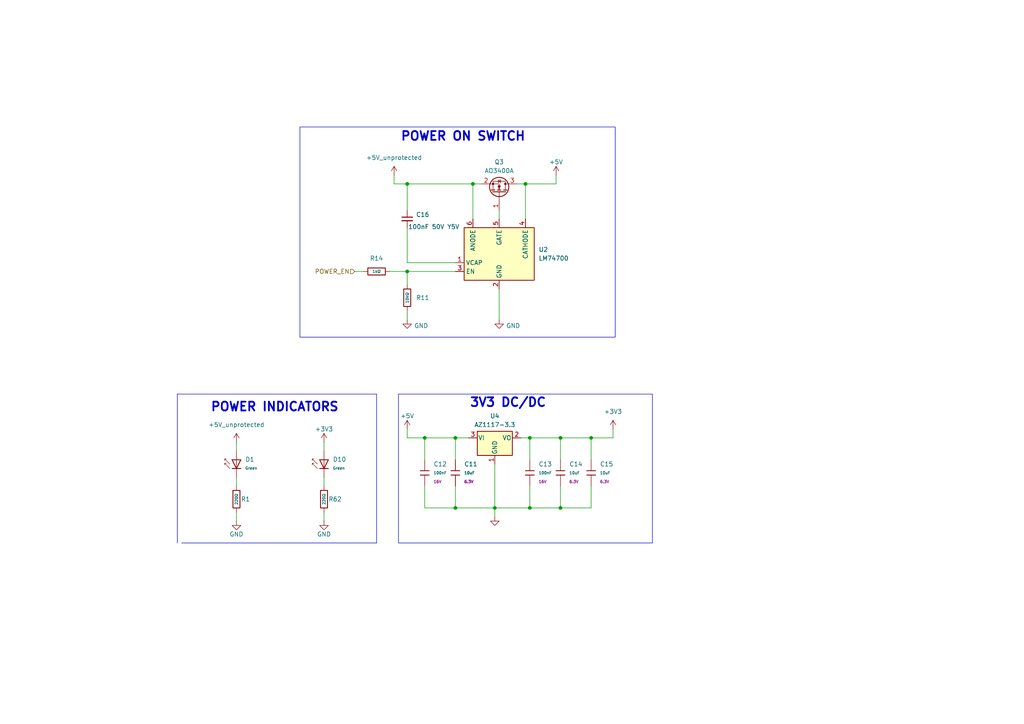
<source format=kicad_sch>
(kicad_sch (version 20231120) (generator "eeschema") (generator_version "8.0")
  (paper "A4")
  (title_block (title "POWER DC to DC") (date "2025-01-10") (rev "1.0") (company "Patryk Dudziński") (comment 1 "Referenced on desing from Artem Horiunov, Dominik Pluta"))
  (lib_symbols
    (symbol "Device:C_Small" (pin_numbers hide) (pin_names (offset 0.254) hide)
      (property "Reference" "C" (at 0.254 1.778 0))
      (property "Value" "C_Small" (at 0.254 -2.032 0))
      (symbol "C_Small_0_1"
        (polyline (pts (xy -1.524 -0.508) (xy 1.524 -0.508)) (stroke (width 0.3302)))
        (polyline (pts (xy -1.524 0.508) (xy 1.524 0.508)) (stroke (width 0.3048)))
      )
      (symbol "C_Small_1_1"
        (pin passive line (at 0 2.54 270) (length 2.032) (name "~") (number "1"))
        (pin passive line (at 0 -2.54 90) (length 2.032) (name "~") (number "2"))
      )
    )
    (symbol "PCM_JLCPCB-Capacitors:0402,100nF" (pin_numbers hide) (pin_names (offset 0))
      (property "Reference" "C" (at 2.032 1.668 0))
      (property "Value" "100nF" (at 2.032 -0.3782 0))
      (property "Voltage Rated" "16V" (at 2.032 -2.0462 0))
      (symbol "0402,100nF_0_1"
        (polyline (pts (xy -1.27 -0.635) (xy 1.27 -0.635)) (stroke (width 0.254)))
        (polyline (pts (xy -1.27 0.635) (xy 1.27 0.635)) (stroke (width 0.254)))
      )
      (symbol "0402,100nF_1_1"
        (pin passive line (at 0 3.81 270) (length 3.175) (name "~") (number "1"))
        (pin passive line (at 0 -3.81 90) (length 3.175) (name "~") (number "2"))
      )
    )
    (symbol "PCM_JLCPCB-Capacitors:0402,10uF" (pin_numbers hide) (pin_names (offset 0))
      (property "Reference" "C" (at 2.032 1.668 0))
      (property "Value" "10uF" (at 2.032 -0.3782 0))
      (property "Voltage Rated" "6.3V" (at 2.032 -2.0462 0))
      (symbol "0402,10uF_0_1"
        (polyline (pts (xy -1.27 -0.635) (xy 1.27 -0.635)) (stroke (width 0.254)))
        (polyline (pts (xy -1.27 0.635) (xy 1.27 0.635)) (stroke (width 0.254)))
      )
      (symbol "0402,10uF_1_1"
        (pin passive line (at 0 3.81 270) (length 3.175) (name "~") (number "1"))
        (pin passive line (at 0 -3.81 90) (length 3.175) (name "~") (number "2"))
      )
    )
    (symbol "PCM_JLCPCB-Diodes:LED,0603,Green" (pin_numbers hide) (pin_names (offset 0))
      (property "Reference" "D" (at 2.032 0.834 0))
      (property "Value" "Green" (at 2.032 -1.2122 0))
      (symbol "LED,0603,Green_0_1"
        (polyline (pts (xy -1.27 -1.27) (xy 1.27 -1.27)) (stroke (width 0.254)))
        (polyline (pts (xy -1.27 1.27) (xy 0 -1.27) (xy 1.27 1.27) (xy -1.27 1.27)) (stroke (width 0.254)))
        (polyline (pts (xy -1.905 -1.27) (xy -3.429 0.254) (xy -3.429 -0.254) (xy -3.429 0.254) (xy -2.921 0.254)) (stroke (width 0.127)))
        (polyline (pts (xy -1.905 0) (xy -3.429 1.524) (xy -3.429 1.016) (xy -3.429 1.524) (xy -2.921 1.524)) (stroke (width 0.127)))
      )
      (symbol "LED,0603,Green_1_1"
        (pin passive line (at 0 -3.81 90) (length 3.81) (name "~") (number "1"))
        (pin passive line (at 0 3.81 270) (length 3.81) (name "~") (number "2"))
      )
    )
    (symbol "PCM_JLCPCB-Resistors:0402,10kΩ" (pin_numbers hide) (pin_names (offset 0))
      (property "Reference" "R" (at 1.778 0 0))
      (property "Value" "10kΩ" (at 0 0 90))
      (symbol "0402,10kΩ_0_1"
        (rectangle (start -1.016 2.54) (end 1.016 -2.54) (stroke (width 0.254)))
      )
      (symbol "0402,10kΩ_1_1"
        (pin passive line (at 0 3.81 270) (length 1.27) (name "~") (number "1"))
        (pin passive line (at 0 -3.81 90) (length 1.27) (name "~") (number "2"))
      )
    )
    (symbol "PCM_JLCPCB-Resistors:0402,1kΩ" (pin_numbers hide) (pin_names (offset 0))
      (property "Reference" "R" (at 1.778 0 0))
      (property "Value" "1kΩ" (at 0 0 90))
      (symbol "0402,1kΩ_0_1"
        (rectangle (start -1.016 2.54) (end 1.016 -2.54) (stroke (width 0.254)))
      )
      (symbol "0402,1kΩ_1_1"
        (pin passive line (at 0 3.81 270) (length 1.27) (name "~") (number "1"))
        (pin passive line (at 0 -3.81 90) (length 1.27) (name "~") (number "2"))
      )
    )
    (symbol "PCM_JLCPCB-Resistors:0402,220Ω" (pin_numbers hide) (pin_names (offset 0))
      (property "Reference" "R" (at 1.778 0 0))
      (property "Value" "220Ω" (at 0 0 90))
      (symbol "0402,220Ω_0_1"
        (rectangle (start -1.016 2.54) (end 1.016 -2.54) (stroke (width 0.254)))
      )
      (symbol "0402,220Ω_1_1"
        (pin passive line (at 0 3.81 270) (length 1.27) (name "~") (number "1"))
        (pin passive line (at 0 -3.81 90) (length 1.27) (name "~") (number "2"))
      )
    )
    (symbol "Power_Management:LM74700"
      (property "Reference" "U" (at -9.525 -8.89 0))
      (property "Value" "LM74700" (at 7.62 -8.89 0))
      (symbol "LM74700_0_1"
        (rectangle (start -10.16 7.62) (end 10.16 -7.62) (stroke (width 0.254)) (fill (type background)))
      )
      (symbol "LM74700_1_1"
        (pin passive line (at -12.7 -2.54 0) (length 2.54) (name "VCAP") (number "1"))
        (pin power_in line (at 0 -10.16 90) (length 2.54) (name "GND") (number "2"))
        (pin input line (at -12.7 -5.08 0) (length 2.54) (name "EN") (number "3"))
        (pin input line (at 7.62 10.16 270) (length 2.54) (name "CATHODE") (number "4"))
        (pin output line (at 0 10.16 270) (length 2.54) (name "GATE") (number "5"))
        (pin power_in line (at -7.62 10.16 270) (length 2.54) (name "ANODE") (number "6"))
      )
    )
    (symbol "Regulator_Linear:AMS1117-3.3" (pin_names (offset 0.254))
      (property "Reference" "U" (at -3.81 3.175 0))
      (property "Value" "AMS1117-3.3" (at 0 3.175 0))
      (symbol "AMS1117-3.3_0_1"
        (rectangle (start -5.08 -5.08) (end 5.08 1.905) (stroke (width 0.254)) (fill (type background)))
      )
      (symbol "AMS1117-3.3_1_1"
        (pin power_in line (at 0 -7.62 90) (length 2.54) (name "GND") (number "1"))
        (pin power_out line (at 7.62 0 180) (length 2.54) (name "VO") (number "2"))
        (pin power_in line (at -7.62 0 0) (length 2.54) (name "VI") (number "3"))
      )
    )
    (symbol "Transistor_FET:AO3400A" (pin_names hide)
      (property "Reference" "Q" (at 5.08 1.905 0))
      (property "Value" "AO3400A" (at 5.08 0 0))
      (symbol "AO3400A_0_1"
        (polyline (pts (xy 0.254 0) (xy -2.54 0)))
        (polyline (pts (xy 0.254 1.905) (xy 0.254 -1.905)) (stroke (width 0.254)))
        (polyline (pts (xy 0.762 -1.27) (xy 0.762 -2.286)) (stroke (width 0.254)))
        (polyline (pts (xy 0.762 0.508) (xy 0.762 -0.508)) (stroke (width 0.254)))
        (polyline (pts (xy 0.762 2.286) (xy 0.762 1.27)) (stroke (width 0.254)))
        (polyline (pts (xy 2.54 2.54) (xy 2.54 1.778)))
        (polyline (pts (xy 2.54 -2.54) (xy 2.54 0) (xy 0.762 0)))
        (polyline (pts (xy 0.762 -1.778) (xy 3.302 -1.778) (xy 3.302 1.778) (xy 0.762 1.778)))
        (polyline (pts (xy 1.016 0) (xy 2.032 0.381) (xy 2.032 -0.381) (xy 1.016 0)) (fill (type outline)))
        (polyline (pts (xy 2.794 0.508) (xy 2.921 0.381) (xy 3.683 0.381) (xy 3.81 0.254)))
        (polyline (pts (xy 3.302 0.381) (xy 2.921 -0.254) (xy 3.683 -0.254) (xy 3.302 0.381)))
        (circle (center 1.651 0) (radius 2.794) (stroke (width 0.254)))
        (circle (center 2.54 -1.778) (radius 0.254) (fill (type outline)))
        (circle (center 2.54 1.778) (radius 0.254) (fill (type outline)))
      )
      (symbol "AO3400A_1_1"
        (pin input line (at -5.08 0 0) (length 2.54) (name "G") (number "1"))
        (pin passive line (at 2.54 -5.08 90) (length 2.54) (name "S") (number "2"))
        (pin passive line (at 2.54 5.08 270) (length 2.54) (name "D") (number "3"))
      )
    )
    (symbol "power:+3V3" (power) (pin_names (offset 0))
      (property "Value" "+3V3" (at 0 3.556 0))
      (symbol "+3V3_0_1"
        (polyline (pts (xy -0.762 1.27) (xy 0 2.54)))
        (polyline (pts (xy 0 0) (xy 0 2.54)))
        (polyline (pts (xy 0 2.54) (xy 0.762 1.27)))
      )
      (symbol "+3V3_1_1"
        (pin power_in line (at 0 0 90) (length 0) hide (name "+3V3") (number "1"))
      )
    )
    (symbol "power:+5V" (power) (pin_names (offset 0))
      (property "Value" "+5V" (at 0 3.556 0))
      (symbol "+5V_0_1"
        (polyline (pts (xy -0.762 1.27) (xy 0 2.54)))
        (polyline (pts (xy 0 0) (xy 0 2.54)))
        (polyline (pts (xy 0 2.54) (xy 0.762 1.27)))
      )
      (symbol "+5V_1_1"
        (pin power_in line (at 0 0 90) (length 0) hide (name "+5V") (number "1"))
      )
    )
    (symbol "power:GND" (power) (pin_numbers hide) (pin_names (offset 0) hide)
      (property "Value" "GND" (at 0 -3.81 0))
      (symbol "GND_0_1"
        (polyline (pts (xy 0 0) (xy 0 -1.27) (xy 1.27 -1.27) (xy 0 -2.54) (xy -1.27 -1.27) (xy 0 -1.27)))
      )
      (symbol "GND_1_1"
        (pin power_in line (at 0 0 270) (length 0) (name "~") (number "1"))
      )
    )
  )
  (junction (at 132.08 147.32))
  (junction (at 137.16 53.34))
  (junction (at 132.08 127))
  (junction (at 153.67 127))
  (junction (at 171.45 127))
  (junction (at 162.56 127))
  (junction (at 118.11 78.74))
  (junction (at 118.11 53.34))
  (junction (at 152.4 53.34))
  (junction (at 123.19 127))
  (junction (at 153.67 147.32))
  (junction (at 143.51 147.32))
  (junction (at 162.56 147.32))
  (wire (pts (xy 123.19 127) (xy 132.08 127)))
  (wire (pts (xy 114.3 53.34) (xy 118.11 53.34)))
  (wire (pts (xy 152.4 53.34) (xy 161.29 53.34)))
  (wire (pts (xy 68.58 148.59) (xy 68.58 151.13)))
  (polyline (pts (xy 109.22 157.48) (xy 109.22 114.3)))
  (wire (pts (xy 118.11 127) (xy 123.19 127)))
  (wire (pts (xy 153.67 127) (xy 162.56 127)))
  (wire (pts (xy 152.4 63.5) (xy 152.4 53.34)))
  (wire (pts (xy 118.11 53.34) (xy 137.16 53.34)))
  (wire (pts (xy 93.98 128.27) (xy 93.98 130.81)))
  (wire (pts (xy 143.51 134.62) (xy 143.51 147.32)))
  (wire (pts (xy 132.08 140.97) (xy 132.08 147.32)))
  (wire (pts (xy 171.45 140.97) (xy 171.45 147.32)))
  (wire (pts (xy 102.87 78.74) (xy 105.41 78.74)))
  (wire (pts (xy 162.56 127) (xy 171.45 127)))
  (wire (pts (xy 93.98 138.43) (xy 93.98 140.97)))
  (wire (pts (xy 143.51 149.86) (xy 143.51 147.32)))
  (wire (pts (xy 118.11 78.74) (xy 118.11 82.55)))
  (wire (pts (xy 177.8 127) (xy 177.8 124.46)))
  (wire (pts (xy 171.45 127) (xy 171.45 133.35)))
  (wire (pts (xy 162.56 147.32) (xy 171.45 147.32)))
  (wire (pts (xy 152.4 53.34) (xy 149.86 53.34)))
  (wire (pts (xy 113.03 78.74) (xy 118.11 78.74)))
  (wire (pts (xy 132.08 76.2) (xy 118.11 76.2)))
  (wire (pts (xy 118.11 53.34) (xy 118.11 60.96)))
  (wire (pts (xy 137.16 53.34) (xy 139.7 53.34)))
  (wire (pts (xy 118.11 90.17) (xy 118.11 92.71)))
  (wire (pts (xy 137.16 53.34) (xy 137.16 63.5)))
  (wire (pts (xy 153.67 147.32) (xy 162.56 147.32)))
  (wire (pts (xy 68.58 128.27) (xy 68.58 130.81)))
  (wire (pts (xy 144.78 83.82) (xy 144.78 92.71)))
  (wire (pts (xy 151.13 127) (xy 153.67 127)))
  (wire (pts (xy 171.45 127) (xy 177.8 127)))
  (wire (pts (xy 144.78 60.96) (xy 144.78 63.5)))
  (wire (pts (xy 132.08 147.32) (xy 143.51 147.32)))
  (wire (pts (xy 118.11 76.2) (xy 118.11 66.04)))
  (wire (pts (xy 153.67 140.97) (xy 153.67 147.32)))
  (polyline (pts (xy 51.435 114.3) (xy 109.22 114.3)))
  (wire (pts (xy 143.51 147.32) (xy 153.67 147.32)))
  (wire (pts (xy 161.29 53.34) (xy 161.29 50.8)))
  (wire (pts (xy 118.11 78.74) (xy 132.08 78.74)))
  (wire (pts (xy 132.08 127) (xy 132.08 133.35)))
  (wire (pts (xy 162.56 140.97) (xy 162.56 147.32)))
  (wire (pts (xy 118.11 124.46) (xy 118.11 127)))
  (polyline (pts (xy 51.435 114.3) (xy 51.435 157.48)))
  (wire (pts (xy 132.08 127) (xy 135.89 127)))
  (wire (pts (xy 123.19 147.32) (xy 132.08 147.32)))
  (wire (pts (xy 114.3 50.8) (xy 114.3 53.34)))
  (wire (pts (xy 123.19 133.35) (xy 123.19 127)))
  (wire (pts (xy 162.56 127) (xy 162.56 133.35)))
  (wire (pts (xy 123.19 140.97) (xy 123.19 147.32)))
  (wire (pts (xy 68.58 138.43) (xy 68.58 140.97)))
  (wire (pts (xy 93.98 148.59) (xy 93.98 151.13)))
  (polyline (pts (xy 52.705 157.48) (xy 109.22 157.48)))
  (wire (pts (xy 153.67 133.35) (xy 153.67 127)))
  (rectangle (start 86.995 36.83) (end 178.435 97.79))
  (rectangle (start 115.57 114.3) (end 189.23 157.48))
  (text "3V3 DC/DC " (at 136.144 118.364 0) (effects (font (size 2.54 2.54) (thickness 0.508) (bold yes)) (justify left bottom)))
  (text "POWER ON SWITCH " (at 116.078 41.148 0) (effects (font (size 2.54 2.54) (thickness 0.508) (bold yes)) (justify left bottom)))
  (text "POWER INDICATORS" (at 60.96 119.634 0) (effects (font (size 2.54 2.54) (thickness 0.508) (bold yes)) (justify left bottom)))
  (hierarchical_label "POWER_EN" (shape input) (at 102.87 78.74 180))
  (symbol (lib_id "PCM_JLCPCB-Capacitors:0402,10uF") (at 162.56 137.16 0) (unit 1)
    (property "Reference" "C14" (at 165.1 134.6199 0) (effects (justify left)))
    (property "Value" "10uF" (at 165.1 137.16 0) (effects (font (size 0.8 0.8)) (justify left)))
    (property "Footprint" "PCM_JLCPCB:C_0402" (effects (hide yes)))
    (property "Datasheet" "https://www.lcsc.com/datasheet/lcsc_datasheet_2208231630_Samsung-Electro-Mechanics-CL05A106MQ5NUNC_C15525.pdf" (effects (hide yes)))
    (property "Description" "6.3V 10uF X5R ±20% 0402 Multilayer Ceramic Capacitors MLCC - SMD/SMT ROHS" (effects (hide yes)))
    (property "LCSC" "C15525" (effects (hide yes)))
    (property "Stock" "2109571" (effects (hide yes)))
    (property "Price" "0.007USD" (effects (hide yes)))
    (property "Process" "SMT" (effects (hide yes)))
    (property "Minimum Qty" "20" (effects (hide yes)))
    (property "Attrition Qty" "10" (effects (hide yes)))
    (property "Class" "Basic Component" (effects (hide yes)))
    (property "Category" "Capacitors,Multilayer Ceramic Capacitors MLCC - SMD/SMT" (effects (hide yes)))
    (property "Manufacturer" "Samsung Electro-Mechanics" (effects (hide yes)))
    (property "Part" "CL05A106MQ5NUNC" (effects (hide yes)))
    (property "Voltage Rated" "6.3V" (at 165.1 139.7 0) (effects (font (size 0.8 0.8)) (justify left)))
    (property "Tolerance" "±20%" (effects (hide yes)))
    (property "Capacitance" "10uF" (effects (hide yes)))
    (property "Temperature Coefficient" "X5R" (effects (hide yes)))
  )
  (symbol (lib_id "PCM_JLCPCB-Capacitors:0402,100nF") (at 123.19 137.16 0) (unit 1)
    (property "Reference" "C12" (at 125.73 134.6199 0) (effects (justify left)))
    (property "Value" "100nF" (at 125.73 137.16 0) (effects (font (size 0.8 0.8)) (justify left)))
    (property "Footprint" "PCM_JLCPCB:C_0402" (effects (hide yes)))
    (property "Datasheet" "https://www.lcsc.com/datasheet/lcsc_datasheet_2304140030_Samsung-Electro-Mechanics-CL05B104KO5NNNC_C1525.pdf" (effects (hide yes)))
    (property "Description" "16V 100nF X7R ±10% 0402 Multilayer Ceramic Capacitors MLCC - SMD/SMT ROHS" (effects (hide yes)))
    (property "LCSC" "C1525" (effects (hide yes)))
    (property "Stock" "13402660" (effects (hide yes)))
    (property "Price" "0.004USD" (effects (hide yes)))
    (property "Process" "SMT" (effects (hide yes)))
    (property "Minimum Qty" "20" (effects (hide yes)))
    (property "Attrition Qty" "10" (effects (hide yes)))
    (property "Class" "Basic Component" (effects (hide yes)))
    (property "Category" "Capacitors,Multilayer Ceramic Capacitors MLCC - SMD/SMT" (effects (hide yes)))
    (property "Manufacturer" "Samsung Electro-Mechanics" (effects (hide yes)))
    (property "Part" "CL05B104KO5NNNC" (effects (hide yes)))
    (property "Voltage Rated" "16V" (at 125.73 139.7 0) (effects (font (size 0.8 0.8)) (justify left)))
    (property "Tolerance" "±10%" (effects (hide yes)))
    (property "Capacitance" "100nF" (effects (hide yes)))
    (property "Temperature Coefficient" "X7R" (effects (hide yes)))
  )
  (symbol (lib_id "power:+5V") (at 114.3 50.8 0) (unit 1)
    (property "Reference" "#PWR027" (effects (hide yes)))
    (property "Value" "+5V_unprotected" (at 114.3 45.72 0))
    (property "Description" "Power symbol creates a global label with name \"+5V\"" (effects (hide yes)))
  )
  (symbol (lib_id "power:GND") (at 68.58 151.13 0) (unit 1)
    (property "Reference" "#PWR030" (effects (hide yes)))
    (property "Value" "GND" (at 68.58 154.94 0))
    (property "Description" "Power symbol creates a global label with name \"GND\" , ground" (effects (hide yes)))
  )
  (symbol (lib_id "power:+3V3") (at 93.98 128.27 0) (unit 1)
    (property "Reference" "#PWR0116" (effects (hide yes)))
    (property "Value" "+3V3" (at 93.98 124.46 0))
    (property "Description" "Power symbol creates a global label with name \"+3V3\"" (effects (hide yes)))
  )
  (symbol (lib_id "power:+3V3") (at 177.8 124.46 0) (unit 1)
    (property "Reference" "#PWR048" (effects (hide yes)))
    (property "Value" "+3V3" (at 177.8 119.38 0))
  )
  (symbol (lib_id "power:GND") (at 144.78 92.71 0) (unit 1)
    (property "Reference" "#PWR016" (effects (hide yes)))
    (property "Value" "GND" (at 148.844 94.488 0))
    (property "Description" "Power symbol creates a global label with name \"GND\" , ground" (effects (hide yes)))
  )
  (symbol (lib_id "power:GND") (at 118.11 92.71 0) (unit 1)
    (property "Reference" "#PWR05" (effects (hide yes)))
    (property "Value" "GND" (at 122.174 94.488 0))
    (property "Description" "Power symbol creates a global label with name \"GND\" , ground" (effects (hide yes)))
  )
  (symbol (lib_id "power:GND") (at 143.51 149.86 0) (unit 1)
    (property "Reference" "#PWR053" (effects (hide yes)))
    (property "Value" "GND" (effects (hide yes)))
  )
  (symbol (lib_id "PCM_JLCPCB-Capacitors:0402,10uF") (at 171.45 137.16 0) (unit 1)
    (property "Reference" "C15" (at 173.99 134.6199 0) (effects (justify left)))
    (property "Value" "10uF" (at 173.99 137.16 0) (effects (font (size 0.8 0.8)) (justify left)))
    (property "Footprint" "PCM_JLCPCB:C_0402" (effects (hide yes)))
    (property "Datasheet" "https://www.lcsc.com/datasheet/lcsc_datasheet_2208231630_Samsung-Electro-Mechanics-CL05A106MQ5NUNC_C15525.pdf" (effects (hide yes)))
    (property "Description" "6.3V 10uF X5R ±20% 0402 Multilayer Ceramic Capacitors MLCC - SMD/SMT ROHS" (effects (hide yes)))
    (property "LCSC" "C15525" (effects (hide yes)))
    (property "Stock" "2109571" (effects (hide yes)))
    (property "Price" "0.007USD" (effects (hide yes)))
    (property "Process" "SMT" (effects (hide yes)))
    (property "Minimum Qty" "20" (effects (hide yes)))
    (property "Attrition Qty" "10" (effects (hide yes)))
    (property "Class" "Basic Component" (effects (hide yes)))
    (property "Category" "Capacitors,Multilayer Ceramic Capacitors MLCC - SMD/SMT" (effects (hide yes)))
    (property "Manufacturer" "Samsung Electro-Mechanics" (effects (hide yes)))
    (property "Part" "CL05A106MQ5NUNC" (effects (hide yes)))
    (property "Voltage Rated" "6.3V" (at 173.99 139.7 0) (effects (font (size 0.8 0.8)) (justify left)))
    (property "Tolerance" "±20%" (effects (hide yes)))
    (property "Capacitance" "10uF" (effects (hide yes)))
    (property "Temperature Coefficient" "X5R" (effects (hide yes)))
  )
  (symbol (lib_id "Device:C_Small") (at 118.11 63.5 0) (unit 1)
    (property "Reference" "C16" (at 120.65 62.2362 0) (effects (justify left)))
    (property "Value" "100nF 50V Y5V" (at 118.364 65.786 0) (effects (justify left)))
    (property "Footprint" "Capacitor_SMD:C_0402_1005Metric" (effects (hide yes)))
    (property "Description" "Unpolarized capacitor, small symbol" (effects (hide yes)))
  )
  (symbol (lib_id "PCM_JLCPCB-Diodes:LED,0603,Green") (at 68.58 134.62 0) (unit 1)
    (property "Reference" "D1" (at 71.12 133.2546 0) (effects (justify left)))
    (property "Value" "Green" (at 71.12 135.7947 0) (effects (font (size 0.8 0.8)) (justify left)))
    (property "Footprint" "PCM_JLCPCB:D_0603" (effects (hide yes)))
    (property "Datasheet" "https://wmsc.lcsc.com/wmsc/upload/file/pdf/v2/lcsc/2207051802_Everlight-Elec-19-217-GHC-YR1S2-6T_C2986059.pdf" (effects (hide yes)))
    (property "Description" "0603 LED Indication - Discrete ROHS" (effects (hide yes)))
    (property "LCSC" "C2986059" (effects (hide yes)))
    (property "Stock" "276928" (effects (hide yes)))
    (property "Price" "0.021USD" (effects (hide yes)))
    (property "Process" "SMT" (effects (hide yes)))
    (property "Minimum Qty" "20" (effects (hide yes)))
    (property "Attrition Qty" "8" (effects (hide yes)))
    (property "Class" "Preferred Component" (effects (hide yes)))
    (property "Category" "Optocoupler/LED/Digital Tube/Photoelectric Device,Light Emitting Diodes (LED)" (effects (hide yes)))
    (property "Manufacturer" "Everlight Elec" (effects (hide yes)))
    (property "Part" "19-217/GHC-YR1S2/6T" (effects (hide yes)))
  )
  (symbol (lib_id "power:GND") (at 93.98 151.13 0) (unit 1)
    (property "Reference" "#PWR0117" (effects (hide yes)))
    (property "Value" "GND" (at 93.98 154.94 0))
    (property "Description" "Power symbol creates a global label with name \"GND\" , ground" (effects (hide yes)))
  )
  (symbol (lib_id "PCM_JLCPCB-Resistors:0402,10kΩ") (at 118.11 86.36 0) (unit 1)
    (property "Reference" "R11" (at 120.65 86.36 0) (effects (justify left)))
    (property "Value" "10kΩ" (at 118.11 86.36 90) (effects (font (size 0.8 0.8))))
    (property "Footprint" "PCM_JLCPCB:R_0402" (effects (hide yes)))
    (property "Datasheet" "https://www.lcsc.com/datasheet/lcsc_datasheet_2411221126_UNI-ROYAL-Uniroyal-Elec-0402WGF1002TCE_C25744.pdf" (effects (hide yes)))
    (property "Description" "62.5mW Thick Film Resistors 50V ±100ppm/°C ±1% 10kΩ 0402 Chip Resistor - Surface Mount ROHS" (effects (hide yes)))
    (property "LCSC" "C25744" (effects (hide yes)))
    (property "Stock" "6666349" (effects (hide yes)))
    (property "Price" "0.004USD" (effects (hide yes)))
    (property "Process" "SMT" (effects (hide yes)))
    (property "Minimum Qty" "5" (effects (hide yes)))
    (property "Attrition Qty" "0" (effects (hide yes)))
    (property "Class" "Basic Component" (effects (hide yes)))
    (property "Category" "Resistors,Chip Resistor - Surface Mount" (effects (hide yes)))
    (property "Manufacturer" "UNI-ROYAL(Uniroyal Elec)" (effects (hide yes)))
    (property "Part" "0402WGF1002TCE" (effects (hide yes)))
    (property "Resistance" "10kΩ" (effects (hide yes)))
    (property "Power(Watts)" "62.5mW" (effects (hide yes)))
    (property "Type" "Thick Film Resistors" (effects (hide yes)))
    (property "Overload Voltage (Max)" "50V" (effects (hide yes)))
    (property "Operating Temperature Range" "-55°C~+155°C" (effects (hide yes)))
    (property "Tolerance" "±1%" (effects (hide yes)))
    (property "Temperature Coefficient" "±100ppm/°C" (effects (hide yes)))
  )
  (symbol (lib_id "PCM_JLCPCB-Diodes:LED,0603,Green") (at 93.98 134.62 0) (unit 1)
    (property "Reference" "D10" (at 96.52 133.2546 0) (effects (justify left)))
    (property "Value" "Green" (at 96.52 135.7947 0) (effects (font (size 0.8 0.8)) (justify left)))
    (property "Footprint" "PCM_JLCPCB:D_0603" (effects (hide yes)))
    (property "Datasheet" "https://wmsc.lcsc.com/wmsc/upload/file/pdf/v2/lcsc/2207051802_Everlight-Elec-19-217-GHC-YR1S2-6T_C2986059.pdf" (effects (hide yes)))
    (property "Description" "0603 LED Indication - Discrete ROHS" (effects (hide yes)))
    (property "LCSC" "C2986059" (effects (hide yes)))
    (property "Stock" "276928" (effects (hide yes)))
    (property "Price" "0.021USD" (effects (hide yes)))
    (property "Process" "SMT" (effects (hide yes)))
    (property "Minimum Qty" "20" (effects (hide yes)))
    (property "Attrition Qty" "8" (effects (hide yes)))
    (property "Class" "Preferred Component" (effects (hide yes)))
    (property "Category" "Optocoupler/LED/Digital Tube/Photoelectric Device,Light Emitting Diodes (LED)" (effects (hide yes)))
    (property "Manufacturer" "Everlight Elec" (effects (hide yes)))
    (property "Part" "19-217/GHC-YR1S2/6T" (effects (hide yes)))
  )
  (symbol (lib_id "Regulator_Linear:AMS1117-3.3") (at 143.51 127 0) (unit 1)
    (property "Reference" "U4" (at 143.51 120.65 0))
    (property "Value" "AZ1117-3.3" (at 143.51 123.19 0))
    (property "Footprint" "Package_TO_SOT_SMD:SOT-223-3_TabPin2" (effects (hide yes)))
    (property "Datasheet" "http://www.advanced-monolithic.com/pdf/ds1117.pdf" (effects (hide yes)))
  )
  (symbol (lib_id "Transistor_FET:AO3400A") (at 144.78 55.88 270) (mirror x) (unit 1)
    (property "Reference" "Q3" (at 144.78 46.99 90))
    (property "Value" "AO3400A" (at 144.78 49.53 90))
    (property "Footprint" "Package_TO_SOT_SMD:SOT-23" (effects (hide yes)))
    (property "Datasheet" "http://www.aosmd.com/pdfs/datasheet/AO3400A.pdf" (effects (hide yes)))
    (property "Description" "30V Vds, 5.7A Id, N-Channel MOSFET, SOT-23" (effects (hide yes)))
  )
  (symbol (lib_id "power:+5V") (at 118.11 124.46 0) (unit 1)
    (property "Reference" "#PWR010" (effects (hide yes)))
    (property "Value" "+5V" (at 118.11 120.65 0))
  )
  (symbol (lib_id "PCM_JLCPCB-Resistors:0402,220Ω") (at 68.58 144.78 0) (unit 1)
    (property "Reference" "R1" (at 69.85 144.78 0) (effects (justify left)))
    (property "Value" "220Ω" (at 68.58 144.78 90) (effects (font (size 0.8 0.8))))
    (property "Footprint" "PCM_JLCPCB:R_0402" (effects (hide yes)))
    (property "Datasheet" "https://www.lcsc.com/datasheet/lcsc_datasheet_2205311900_UNI-ROYAL-Uniroyal-Elec-0402WGF2200TCE_C25091.pdf" (effects (hide yes)))
    (property "Description" "62.5mW Thick Film Resistors 50V ±100ppm/°C ±1% 220Ω 0402 Chip Resistor - Surface Mount ROHS" (effects (hide yes)))
    (property "LCSC" "C25091" (effects (hide yes)))
    (property "Stock" "735848" (effects (hide yes)))
    (property "Price" "0.004USD" (effects (hide yes)))
    (property "Process" "SMT" (effects (hide yes)))
    (property "Minimum Qty" "20" (effects (hide yes)))
    (property "Attrition Qty" "10" (effects (hide yes)))
    (property "Class" "Basic Component" (effects (hide yes)))
    (property "Category" "Resistors,Chip Resistor - Surface Mount" (effects (hide yes)))
    (property "Manufacturer" "UNI-ROYAL(Uniroyal Elec)" (effects (hide yes)))
    (property "Part" "0402WGF2200TCE" (effects (hide yes)))
    (property "Resistance" "220Ω" (effects (hide yes)))
    (property "Power(Watts)" "62.5mW" (effects (hide yes)))
    (property "Type" "Thick Film Resistors" (effects (hide yes)))
    (property "Overload Voltage (Max)" "50V" (effects (hide yes)))
    (property "Operating Temperature Range" "-55°C~+155°C" (effects (hide yes)))
    (property "Tolerance" "±1%" (effects (hide yes)))
    (property "Temperature Coefficient" "±100ppm/°C" (effects (hide yes)))
  )
  (symbol (lib_id "PCM_JLCPCB-Resistors:0402,1kΩ") (at 109.22 78.74 90) (unit 1)
    (property "Reference" "R14" (at 109.22 74.93 90))
    (property "Value" "1kΩ" (at 109.22 78.74 90) (effects (font (size 0.8 0.8))))
    (property "Footprint" "PCM_JLCPCB:R_0402" (effects (hide yes)))
    (property "Datasheet" "https://www.lcsc.com/datasheet/lcsc_datasheet_2206010216_UNI-ROYAL-Uniroyal-Elec-0402WGF1001TCE_C11702.pdf" (effects (hide yes)))
    (property "Description" "62.5mW Thick Film Resistors 50V ±100ppm/°C ±1% 1kΩ 0402 Chip Resistor - Surface Mount ROHS" (effects (hide yes)))
    (property "LCSC" "C11702" (effects (hide yes)))
    (property "Stock" "6961773" (effects (hide yes)))
    (property "Price" "0.004USD" (effects (hide yes)))
    (property "Process" "SMT" (effects (hide yes)))
    (property "Minimum Qty" "20" (effects (hide yes)))
    (property "Attrition Qty" "10" (effects (hide yes)))
    (property "Class" "Basic Component" (effects (hide yes)))
    (property "Category" "Resistors,Chip Resistor - Surface Mount" (effects (hide yes)))
    (property "Manufacturer" "UNI-ROYAL(Uniroyal Elec)" (effects (hide yes)))
    (property "Part" "0402WGF1001TCE" (effects (hide yes)))
    (property "Resistance" "1kΩ" (effects (hide yes)))
    (property "Power(Watts)" "62.5mW" (effects (hide yes)))
    (property "Type" "Thick Film Resistors" (effects (hide yes)))
    (property "Overload Voltage (Max)" "50V" (effects (hide yes)))
    (property "Operating Temperature Range" "-55°C~+155°C" (effects (hide yes)))
    (property "Tolerance" "±1%" (effects (hide yes)))
    (property "Temperature Coefficient" "±100ppm/°C" (effects (hide yes)))
  )
  (symbol (lib_id "PCM_JLCPCB-Resistors:0402,220Ω") (at 93.98 144.78 0) (unit 1)
    (property "Reference" "R62" (at 95.25 144.78 0) (effects (justify left)))
    (property "Value" "220Ω" (at 93.98 144.78 90) (effects (font (size 0.8 0.8))))
    (property "Footprint" "PCM_JLCPCB:R_0402" (effects (hide yes)))
    (property "Datasheet" "https://www.lcsc.com/datasheet/lcsc_datasheet_2205311900_UNI-ROYAL-Uniroyal-Elec-0402WGF2200TCE_C25091.pdf" (effects (hide yes)))
    (property "Description" "62.5mW Thick Film Resistors 50V ±100ppm/°C ±1% 220Ω 0402 Chip Resistor - Surface Mount ROHS" (effects (hide yes)))
    (property "LCSC" "C25091" (effects (hide yes)))
    (property "Stock" "735848" (effects (hide yes)))
    (property "Price" "0.004USD" (effects (hide yes)))
    (property "Process" "SMT" (effects (hide yes)))
    (property "Minimum Qty" "20" (effects (hide yes)))
    (property "Attrition Qty" "10" (effects (hide yes)))
    (property "Class" "Basic Component" (effects (hide yes)))
    (property "Category" "Resistors,Chip Resistor - Surface Mount" (effects (hide yes)))
    (property "Manufacturer" "UNI-ROYAL(Uniroyal Elec)" (effects (hide yes)))
    (property "Part" "0402WGF2200TCE" (effects (hide yes)))
    (property "Resistance" "220Ω" (effects (hide yes)))
    (property "Power(Watts)" "62.5mW" (effects (hide yes)))
    (property "Type" "Thick Film Resistors" (effects (hide yes)))
    (property "Overload Voltage (Max)" "50V" (effects (hide yes)))
    (property "Operating Temperature Range" "-55°C~+155°C" (effects (hide yes)))
    (property "Tolerance" "±1%" (effects (hide yes)))
    (property "Temperature Coefficient" "±100ppm/°C" (effects (hide yes)))
  )
  (symbol (lib_id "Power_Management:LM74700") (at 144.78 73.66 0) (unit 1)
    (property "Reference" "U2" (at 156.21 72.39 0) (effects (justify left)))
    (property "Value" "LM74700" (at 156.21 74.93 0) (effects (justify left)))
    (property "Footprint" "Package_TO_SOT_SMD:SOT-23-6" (effects (hide yes)))
    (property "Datasheet" "http://www.ti.com/lit/gpn/LM74700-Q1" (effects (hide yes)))
    (property "Description" "Low Iq reverse battery protection ideal diode controller, SOT-23-6" (effects (hide yes)))
  )
  (symbol (lib_id "PCM_JLCPCB-Capacitors:0402,10uF") (at 132.08 137.16 0) (unit 1)
    (property "Reference" "C11" (at 134.62 134.6199 0) (effects (justify left)))
    (property "Value" "10uF" (at 134.62 137.16 0) (effects (font (size 0.8 0.8)) (justify left)))
    (property "Footprint" "PCM_JLCPCB:C_0402" (effects (hide yes)))
    (property "Datasheet" "https://www.lcsc.com/datasheet/lcsc_datasheet_2208231630_Samsung-Electro-Mechanics-CL05A106MQ5NUNC_C15525.pdf" (effects (hide yes)))
    (property "Description" "6.3V 10uF X5R ±20% 0402 Multilayer Ceramic Capacitors MLCC - SMD/SMT ROHS" (effects (hide yes)))
    (property "LCSC" "C15525" (effects (hide yes)))
    (property "Stock" "2109571" (effects (hide yes)))
    (property "Price" "0.007USD" (effects (hide yes)))
    (property "Process" "SMT" (effects (hide yes)))
    (property "Minimum Qty" "20" (effects (hide yes)))
    (property "Attrition Qty" "10" (effects (hide yes)))
    (property "Class" "Basic Component" (effects (hide yes)))
    (property "Category" "Capacitors,Multilayer Ceramic Capacitors MLCC - SMD/SMT" (effects (hide yes)))
    (property "Manufacturer" "Samsung Electro-Mechanics" (effects (hide yes)))
    (property "Part" "CL05A106MQ5NUNC" (effects (hide yes)))
    (property "Voltage Rated" "6.3V" (at 134.62 139.7 0) (effects (font (size 0.8 0.8)) (justify left)))
    (property "Tolerance" "±20%" (effects (hide yes)))
    (property "Capacitance" "10uF" (effects (hide yes)))
    (property "Temperature Coefficient" "X5R" (effects (hide yes)))
  )
  (symbol (lib_id "power:+5V") (at 161.29 50.8 0) (unit 1)
    (property "Reference" "#PWR028" (effects (hide yes)))
    (property "Value" "+5V" (at 161.29 46.99 0))
  )
  (symbol (lib_id "PCM_JLCPCB-Capacitors:0402,100nF") (at 153.67 137.16 0) (unit 1)
    (property "Reference" "C13" (at 156.21 134.6199 0) (effects (justify left)))
    (property "Value" "100nF" (at 156.21 137.16 0) (effects (font (size 0.8 0.8)) (justify left)))
    (property "Footprint" "PCM_JLCPCB:C_0402" (effects (hide yes)))
    (property "Datasheet" "https://www.lcsc.com/datasheet/lcsc_datasheet_2304140030_Samsung-Electro-Mechanics-CL05B104KO5NNNC_C1525.pdf" (effects (hide yes)))
    (property "Description" "16V 100nF X7R ±10% 0402 Multilayer Ceramic Capacitors MLCC - SMD/SMT ROHS" (effects (hide yes)))
    (property "LCSC" "C1525" (effects (hide yes)))
    (property "Stock" "13402660" (effects (hide yes)))
    (property "Price" "0.004USD" (effects (hide yes)))
    (property "Process" "SMT" (effects (hide yes)))
    (property "Minimum Qty" "20" (effects (hide yes)))
    (property "Attrition Qty" "10" (effects (hide yes)))
    (property "Class" "Basic Component" (effects (hide yes)))
    (property "Category" "Capacitors,Multilayer Ceramic Capacitors MLCC - SMD/SMT" (effects (hide yes)))
    (property "Manufacturer" "Samsung Electro-Mechanics" (effects (hide yes)))
    (property "Part" "CL05B104KO5NNNC" (effects (hide yes)))
    (property "Voltage Rated" "16V" (at 156.21 139.7 0) (effects (font (size 0.8 0.8)) (justify left)))
    (property "Tolerance" "±10%" (effects (hide yes)))
    (property "Capacitance" "100nF" (effects (hide yes)))
    (property "Temperature Coefficient" "X7R" (effects (hide yes)))
  )
  (symbol (lib_id "power:+5V") (at 68.58 128.27 0) (unit 1)
    (property "Reference" "#PWR031" (effects (hide yes)))
    (property "Value" "+5V_unprotected" (at 68.58 123.19 0))
    (property "Description" "Power symbol creates a global label with name \"+5V\"" (effects (hide yes)))
  )
)
</source>
